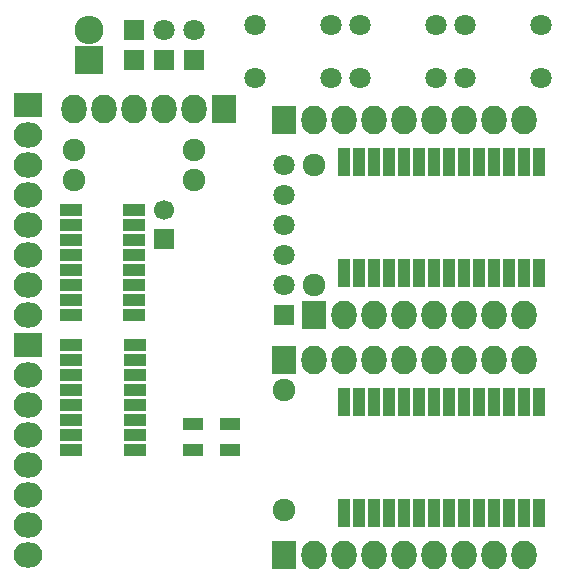
<source format=gts>
G04 #@! TF.FileFunction,Soldermask,Top*
%FSLAX46Y46*%
G04 Gerber Fmt 4.6, Leading zero omitted, Abs format (unit mm)*
G04 Created by KiCad (PCBNEW 4.0.2-stable) date Friday, August 05, 2016 'pmt' 09:57:19 pm*
%MOMM*%
G01*
G04 APERTURE LIST*
%ADD10C,0.100000*%
%ADD11R,1.000000X2.400000*%
%ADD12C,1.924000*%
%ADD13R,2.127200X2.432000*%
%ADD14O,2.127200X2.432000*%
%ADD15R,1.797000X1.797000*%
%ADD16R,1.700000X1.700000*%
%ADD17C,1.700000*%
%ADD18R,1.700000X1.100000*%
%ADD19R,2.432000X2.127200*%
%ADD20O,2.432000X2.127200*%
%ADD21R,2.432000X2.432000*%
%ADD22O,2.432000X2.432000*%
%ADD23C,1.797000*%
%ADD24R,1.900000X1.000000*%
G04 APERTURE END LIST*
D10*
D11*
X46355000Y-57341500D03*
X47625000Y-57341500D03*
X48895000Y-57341500D03*
X50165000Y-57341500D03*
X51435000Y-57341500D03*
X52705000Y-57341500D03*
X53975000Y-57341500D03*
X55245000Y-57341500D03*
X56515000Y-57341500D03*
X57785000Y-57341500D03*
X59055000Y-57341500D03*
X60325000Y-57341500D03*
X61595000Y-57341500D03*
X62865000Y-57341500D03*
X62865000Y-47941500D03*
X61595000Y-47941500D03*
X60325000Y-47941500D03*
X59055000Y-47941500D03*
X57785000Y-47941500D03*
X56515000Y-47941500D03*
X55245000Y-47941500D03*
X53975000Y-47941500D03*
X52705000Y-47941500D03*
X51435000Y-47941500D03*
X50165000Y-47941500D03*
X48895000Y-47941500D03*
X47625000Y-47941500D03*
X46355000Y-47941500D03*
D12*
X23520400Y-29146500D03*
X33680400Y-29146500D03*
D13*
X36195000Y-23177500D03*
D14*
X33655000Y-23177500D03*
X31115000Y-23177500D03*
X28575000Y-23177500D03*
X26035000Y-23177500D03*
X23495000Y-23177500D03*
D12*
X43815000Y-38036500D03*
X43815000Y-27876500D03*
D15*
X28600400Y-18986500D03*
X31140400Y-18986500D03*
X33680400Y-18986500D03*
D16*
X31115000Y-34186500D03*
D17*
X31115000Y-31686500D03*
D18*
X33603000Y-49806500D03*
X33603000Y-52006500D03*
X36703000Y-52006500D03*
X36703000Y-49806500D03*
D19*
X19583400Y-22796500D03*
D20*
X19583400Y-25336500D03*
X19583400Y-27876500D03*
X19583400Y-30416500D03*
X19583400Y-32956500D03*
X19583400Y-35496500D03*
X19583400Y-38036500D03*
X19583400Y-40576500D03*
D19*
X19583400Y-43116500D03*
D20*
X19583400Y-45656500D03*
X19583400Y-48196500D03*
X19583400Y-50736500D03*
X19583400Y-53276500D03*
X19583400Y-55816500D03*
X19583400Y-58356500D03*
X19583400Y-60896500D03*
D21*
X24790400Y-18986500D03*
D22*
X24790400Y-16446500D03*
D13*
X41275000Y-24066500D03*
D14*
X43815000Y-24066500D03*
X46355000Y-24066500D03*
X48895000Y-24066500D03*
X51435000Y-24066500D03*
X53975000Y-24066500D03*
X56515000Y-24066500D03*
X59055000Y-24066500D03*
X61595000Y-24066500D03*
D13*
X43815000Y-40576500D03*
D14*
X46355000Y-40576500D03*
X48895000Y-40576500D03*
X51435000Y-40576500D03*
X53975000Y-40576500D03*
X56515000Y-40576500D03*
X59055000Y-40576500D03*
X61595000Y-40576500D03*
D13*
X41275000Y-44386500D03*
D14*
X43815000Y-44386500D03*
X46355000Y-44386500D03*
X48895000Y-44386500D03*
X51435000Y-44386500D03*
X53975000Y-44386500D03*
X56515000Y-44386500D03*
X59055000Y-44386500D03*
X61595000Y-44386500D03*
D13*
X41275000Y-60896500D03*
D14*
X43815000Y-60896500D03*
X46355000Y-60896500D03*
X48895000Y-60896500D03*
X51435000Y-60896500D03*
X53975000Y-60896500D03*
X56515000Y-60896500D03*
X59055000Y-60896500D03*
X61595000Y-60896500D03*
D12*
X41275000Y-46926500D03*
X41275000Y-57086500D03*
X23520400Y-26606500D03*
X33680400Y-26606500D03*
D15*
X41275000Y-40576500D03*
D23*
X41275000Y-38036500D03*
X41275000Y-35496500D03*
X41275000Y-32956500D03*
X41275000Y-30416500D03*
X41275000Y-27876500D03*
D15*
X28600400Y-16446500D03*
D23*
X31140400Y-16446500D03*
X33680400Y-16446500D03*
D24*
X23200400Y-31686500D03*
X23200400Y-32956500D03*
X23200400Y-34226500D03*
X23200400Y-35496500D03*
X23200400Y-36766500D03*
X23200400Y-38036500D03*
X23200400Y-39306500D03*
X23200400Y-40576500D03*
X28600400Y-40576500D03*
X28600400Y-39306500D03*
X28600400Y-38036500D03*
X28600400Y-36766500D03*
X28600400Y-35496500D03*
X28600400Y-34226500D03*
X28600400Y-32956500D03*
X28600400Y-31686500D03*
X23233400Y-43116500D03*
X23233400Y-44386500D03*
X23233400Y-45656500D03*
X23233400Y-46926500D03*
X23233400Y-48196500D03*
X23233400Y-49466500D03*
X23233400Y-50736500D03*
X23233400Y-52006500D03*
X28633400Y-52006500D03*
X28633400Y-50736500D03*
X28633400Y-49466500D03*
X28633400Y-48196500D03*
X28633400Y-46926500D03*
X28633400Y-45656500D03*
X28633400Y-44386500D03*
X28633400Y-43116500D03*
D11*
X46355000Y-37021500D03*
X47625000Y-37021500D03*
X48895000Y-37021500D03*
X50165000Y-37021500D03*
X51435000Y-37021500D03*
X52705000Y-37021500D03*
X53975000Y-37021500D03*
X55245000Y-37021500D03*
X56515000Y-37021500D03*
X57785000Y-37021500D03*
X59055000Y-37021500D03*
X60325000Y-37021500D03*
X61595000Y-37021500D03*
X62865000Y-37021500D03*
X62865000Y-27621500D03*
X61595000Y-27621500D03*
X60325000Y-27621500D03*
X59055000Y-27621500D03*
X57785000Y-27621500D03*
X56515000Y-27621500D03*
X55245000Y-27621500D03*
X53975000Y-27621500D03*
X52705000Y-27621500D03*
X51435000Y-27621500D03*
X50165000Y-27621500D03*
X48895000Y-27621500D03*
X47625000Y-27621500D03*
X46355000Y-27621500D03*
D23*
X54165500Y-16010500D03*
X54165500Y-20510500D03*
X47665500Y-16010500D03*
X47665500Y-20510500D03*
X63055500Y-16010500D03*
X63055500Y-20510500D03*
X56555500Y-16010500D03*
X56555500Y-20510500D03*
X45275500Y-16010500D03*
X45275500Y-20510500D03*
X38775500Y-16010500D03*
X38775500Y-20510500D03*
M02*

</source>
